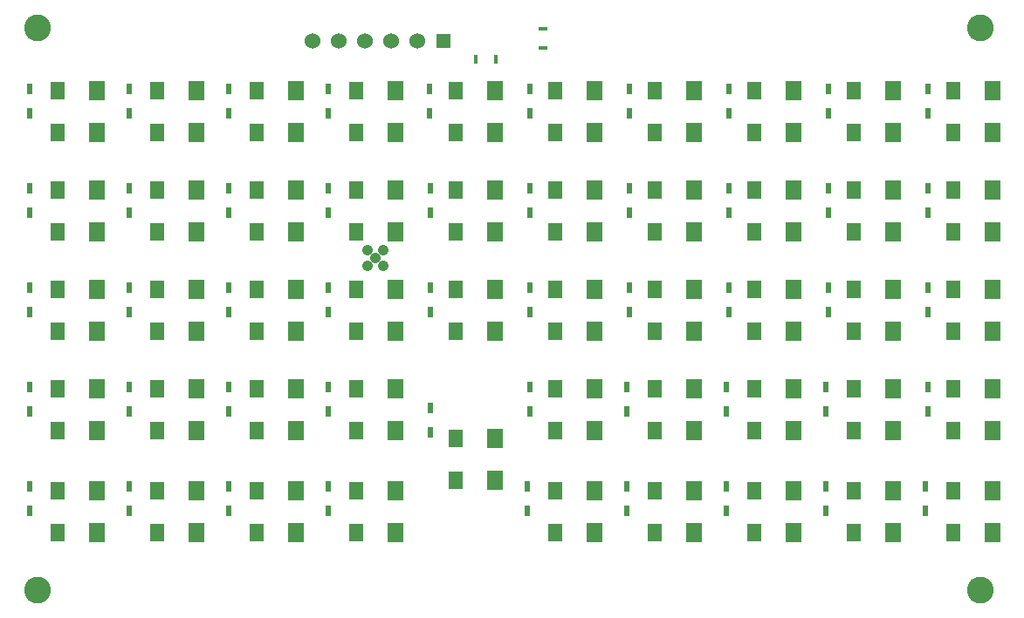
<source format=gbr>
G04 #@! TF.FileFunction,Soldermask,Top*
%FSLAX46Y46*%
G04 Gerber Fmt 4.6, Leading zero omitted, Abs format (unit mm)*
G04 Created by KiCad (PCBNEW (2015-08-05 BZR 6055, Git fa29c62)-product) date 18/08/2015 14:45:33*
%MOMM*%
G01*
G04 APERTURE LIST*
%ADD10C,0.152400*%
%ADD11R,1.498600X1.879600*%
%ADD12R,1.397000X1.778000*%
%ADD13C,1.041400*%
%ADD14R,0.889000X0.381000*%
%ADD15R,0.381000X0.889000*%
%ADD16R,0.591820X0.993140*%
%ADD17C,2.593340*%
%ADD18R,1.397000X1.397000*%
%ADD19C,1.524000*%
G04 APERTURE END LIST*
D10*
D11*
X34925000Y-38100000D03*
D12*
X31115000Y-38100000D03*
D11*
X34925000Y-34036000D03*
D12*
X31115000Y-34036000D03*
D11*
X102489000Y-47752000D03*
D12*
X98679000Y-47752000D03*
D11*
X102489000Y-43688000D03*
D12*
X98679000Y-43688000D03*
D11*
X34925000Y-76962000D03*
D12*
X31115000Y-76962000D03*
D11*
X34925000Y-72898000D03*
D12*
X31115000Y-72898000D03*
D11*
X73533000Y-47752000D03*
D12*
X69723000Y-47752000D03*
D11*
X73533000Y-43688000D03*
D12*
X69723000Y-43688000D03*
D11*
X44577000Y-47752000D03*
D12*
X40767000Y-47752000D03*
D11*
X44577000Y-43688000D03*
D12*
X40767000Y-43688000D03*
D11*
X44577000Y-67056000D03*
D12*
X40767000Y-67056000D03*
D11*
X44577000Y-62992000D03*
D12*
X40767000Y-62992000D03*
D11*
X73533000Y-38100000D03*
D12*
X69723000Y-38100000D03*
D11*
X73533000Y-34036000D03*
D12*
X69723000Y-34036000D03*
D11*
X121793000Y-38100000D03*
D12*
X117983000Y-38100000D03*
D11*
X121793000Y-34036000D03*
D12*
X117983000Y-34036000D03*
D11*
X34925000Y-47752000D03*
D12*
X31115000Y-47752000D03*
D11*
X34925000Y-43688000D03*
D12*
X31115000Y-43688000D03*
D11*
X34925000Y-67056000D03*
D12*
X31115000Y-67056000D03*
D11*
X34925000Y-62992000D03*
D12*
X31115000Y-62992000D03*
D11*
X121793000Y-47752000D03*
D12*
X117983000Y-47752000D03*
D11*
X121793000Y-43688000D03*
D12*
X117983000Y-43688000D03*
D11*
X121793000Y-67056000D03*
D12*
X117983000Y-67056000D03*
D11*
X121793000Y-62992000D03*
D12*
X117983000Y-62992000D03*
D11*
X44577000Y-57404000D03*
D12*
X40767000Y-57404000D03*
D11*
X44577000Y-53340000D03*
D12*
X40767000Y-53340000D03*
D11*
X112141000Y-38100000D03*
D12*
X108331000Y-38100000D03*
D11*
X112141000Y-34036000D03*
D12*
X108331000Y-34036000D03*
D11*
X121793000Y-57404000D03*
D12*
X117983000Y-57404000D03*
D11*
X121793000Y-53340000D03*
D12*
X117983000Y-53340000D03*
D11*
X44577000Y-76962000D03*
D12*
X40767000Y-76962000D03*
D11*
X44577000Y-72898000D03*
D12*
X40767000Y-72898000D03*
D11*
X121793000Y-76962000D03*
D12*
X117983000Y-76962000D03*
D11*
X121793000Y-72898000D03*
D12*
X117983000Y-72898000D03*
D11*
X112141000Y-76962000D03*
D12*
X108331000Y-76962000D03*
D11*
X112141000Y-72898000D03*
D12*
X108331000Y-72898000D03*
D11*
X112141000Y-57404000D03*
D12*
X108331000Y-57404000D03*
D11*
X112141000Y-53340000D03*
D12*
X108331000Y-53340000D03*
D11*
X112141000Y-47752000D03*
D12*
X108331000Y-47752000D03*
D11*
X112141000Y-43688000D03*
D12*
X108331000Y-43688000D03*
D11*
X34925000Y-57404000D03*
D12*
X31115000Y-57404000D03*
D11*
X34925000Y-53340000D03*
D12*
X31115000Y-53340000D03*
D11*
X112141000Y-67056000D03*
D12*
X108331000Y-67056000D03*
D11*
X112141000Y-62992000D03*
D12*
X108331000Y-62992000D03*
D11*
X54229000Y-47752000D03*
D12*
X50419000Y-47752000D03*
D11*
X54229000Y-43688000D03*
D12*
X50419000Y-43688000D03*
D11*
X54229000Y-67056000D03*
D12*
X50419000Y-67056000D03*
D11*
X54229000Y-62992000D03*
D12*
X50419000Y-62992000D03*
D11*
X54229000Y-38100000D03*
D12*
X50419000Y-38100000D03*
D11*
X54229000Y-34036000D03*
D12*
X50419000Y-34036000D03*
D11*
X92837000Y-38100000D03*
D12*
X89027000Y-38100000D03*
D11*
X92837000Y-34036000D03*
D12*
X89027000Y-34036000D03*
D11*
X54229000Y-57404000D03*
D12*
X50419000Y-57404000D03*
D11*
X54229000Y-53340000D03*
D12*
X50419000Y-53340000D03*
D11*
X92837000Y-47752000D03*
D12*
X89027000Y-47752000D03*
D11*
X92837000Y-43688000D03*
D12*
X89027000Y-43688000D03*
D11*
X92837000Y-67056000D03*
D12*
X89027000Y-67056000D03*
D11*
X92837000Y-62992000D03*
D12*
X89027000Y-62992000D03*
D11*
X54229000Y-76962000D03*
D12*
X50419000Y-76962000D03*
D11*
X54229000Y-72898000D03*
D12*
X50419000Y-72898000D03*
D11*
X92837000Y-57404000D03*
D12*
X89027000Y-57404000D03*
D11*
X92837000Y-53340000D03*
D12*
X89027000Y-53340000D03*
D11*
X63881000Y-76962000D03*
D12*
X60071000Y-76962000D03*
D11*
X63881000Y-72898000D03*
D12*
X60071000Y-72898000D03*
D11*
X92837000Y-76962000D03*
D12*
X89027000Y-76962000D03*
D11*
X92837000Y-72898000D03*
D12*
X89027000Y-72898000D03*
D11*
X102489000Y-76962000D03*
D12*
X98679000Y-76962000D03*
D11*
X102489000Y-72898000D03*
D12*
X98679000Y-72898000D03*
D11*
X102489000Y-57404000D03*
D12*
X98679000Y-57404000D03*
D11*
X102489000Y-53340000D03*
D12*
X98679000Y-53340000D03*
D11*
X63881000Y-57404000D03*
D12*
X60071000Y-57404000D03*
D11*
X63881000Y-53340000D03*
D12*
X60071000Y-53340000D03*
D11*
X102489000Y-67056000D03*
D12*
X98679000Y-67056000D03*
D11*
X102489000Y-62992000D03*
D12*
X98679000Y-62992000D03*
D11*
X63881000Y-67056000D03*
D12*
X60071000Y-67056000D03*
D11*
X63881000Y-62992000D03*
D12*
X60071000Y-62992000D03*
D11*
X102489000Y-38100000D03*
D12*
X98679000Y-38100000D03*
D11*
X102489000Y-34036000D03*
D12*
X98679000Y-34036000D03*
D11*
X83185000Y-38100000D03*
D12*
X79375000Y-38100000D03*
D11*
X83185000Y-34036000D03*
D12*
X79375000Y-34036000D03*
D11*
X63881000Y-47752000D03*
D12*
X60071000Y-47752000D03*
D11*
X63881000Y-43688000D03*
D12*
X60071000Y-43688000D03*
D11*
X83185000Y-47752000D03*
D12*
X79375000Y-47752000D03*
D11*
X83185000Y-43688000D03*
D12*
X79375000Y-43688000D03*
D11*
X83185000Y-67056000D03*
D12*
X79375000Y-67056000D03*
D11*
X83185000Y-62992000D03*
D12*
X79375000Y-62992000D03*
D11*
X63881000Y-38100000D03*
D12*
X60071000Y-38100000D03*
D11*
X63881000Y-34036000D03*
D12*
X60071000Y-34036000D03*
D11*
X83185000Y-57404000D03*
D12*
X79375000Y-57404000D03*
D11*
X83185000Y-53340000D03*
D12*
X79375000Y-53340000D03*
D11*
X44577000Y-38100000D03*
D12*
X40767000Y-38100000D03*
D11*
X44577000Y-34036000D03*
D12*
X40767000Y-34036000D03*
D11*
X83185000Y-76962000D03*
D12*
X79375000Y-76962000D03*
D11*
X83185000Y-72898000D03*
D12*
X79375000Y-72898000D03*
D11*
X73533000Y-57404000D03*
D12*
X69723000Y-57404000D03*
D11*
X73533000Y-53340000D03*
D12*
X69723000Y-53340000D03*
D11*
X73533000Y-71882000D03*
D12*
X69723000Y-71882000D03*
D11*
X73533000Y-67818000D03*
D12*
X69723000Y-67818000D03*
D13*
X61976000Y-50292000D03*
X61214000Y-49530000D03*
X62738000Y-49530000D03*
X61214000Y-51054000D03*
X62738000Y-51054000D03*
D14*
X78232000Y-29908500D03*
X78232000Y-28003500D03*
D15*
X73596500Y-30988000D03*
X71691500Y-30988000D03*
D16*
X28448000Y-55554880D03*
X28448000Y-53157120D03*
X76962000Y-55554880D03*
X76962000Y-53157120D03*
X76962000Y-65206880D03*
X76962000Y-62809120D03*
X76962000Y-45902880D03*
X76962000Y-43505120D03*
X76962000Y-36250880D03*
X76962000Y-33853120D03*
X96266000Y-36250880D03*
X96266000Y-33853120D03*
X96266000Y-45902880D03*
X96266000Y-43505120D03*
X96012000Y-65206880D03*
X96012000Y-62809120D03*
X96266000Y-55554880D03*
X96266000Y-53157120D03*
X96012000Y-74858880D03*
X96012000Y-72461120D03*
X86360000Y-74858880D03*
X86360000Y-72461120D03*
X86614000Y-55554880D03*
X86614000Y-53157120D03*
X86360000Y-65206880D03*
X86360000Y-62809120D03*
X86614000Y-45902880D03*
X86614000Y-43505120D03*
X86614000Y-36250880D03*
X86614000Y-33853120D03*
X47752000Y-36250880D03*
X47752000Y-33853120D03*
X47752000Y-45902880D03*
X47752000Y-43505120D03*
X76708000Y-74858880D03*
X76708000Y-72461120D03*
X67310000Y-55554880D03*
X67310000Y-53157120D03*
X67310000Y-64841120D03*
X67310000Y-67238880D03*
X67310000Y-45902880D03*
X67310000Y-43505120D03*
X67183000Y-36250880D03*
X67183000Y-33853120D03*
X115570000Y-36250880D03*
X115570000Y-33853120D03*
X115570000Y-45902880D03*
X115570000Y-43505120D03*
X115570000Y-65206880D03*
X115570000Y-62809120D03*
X115570000Y-55554880D03*
X115570000Y-53157120D03*
X115316000Y-74858880D03*
X115316000Y-72461120D03*
X105664000Y-74858880D03*
X105664000Y-72461120D03*
X105918000Y-55554880D03*
X105918000Y-53157120D03*
X105664000Y-65206880D03*
X105664000Y-62809120D03*
X105918000Y-45902880D03*
X105918000Y-43505120D03*
X105918000Y-36250880D03*
X105918000Y-33853120D03*
X38100000Y-45902880D03*
X38100000Y-43505120D03*
X38100000Y-36250880D03*
X38100000Y-33853120D03*
X38100000Y-65206880D03*
X38100000Y-62809120D03*
X57404000Y-36250880D03*
X57404000Y-33853120D03*
X38100000Y-55554880D03*
X38100000Y-53157120D03*
X57404000Y-45902880D03*
X57404000Y-43505120D03*
X38100000Y-74858880D03*
X38100000Y-72461120D03*
X57404000Y-65206880D03*
X57404000Y-62809120D03*
X57404000Y-55554880D03*
X57404000Y-53157120D03*
X57404000Y-74858880D03*
X57404000Y-72461120D03*
X28448000Y-74858880D03*
X28448000Y-72461120D03*
X28448000Y-45902880D03*
X28448000Y-43505120D03*
X47752000Y-74858880D03*
X47752000Y-72461120D03*
X47752000Y-65206880D03*
X47752000Y-62809120D03*
X28448000Y-65206880D03*
X28448000Y-62809120D03*
X47752000Y-55554880D03*
X47752000Y-53157120D03*
X28448000Y-36250880D03*
X28448000Y-33853120D03*
D17*
X29210000Y-27940000D03*
X120650000Y-27940000D03*
X120650000Y-82550000D03*
X29210000Y-82550000D03*
D18*
X68580000Y-29210000D03*
D19*
X66040000Y-29210000D03*
X63500000Y-29210000D03*
X60960000Y-29210000D03*
X58420000Y-29210000D03*
X55880000Y-29210000D03*
M02*

</source>
